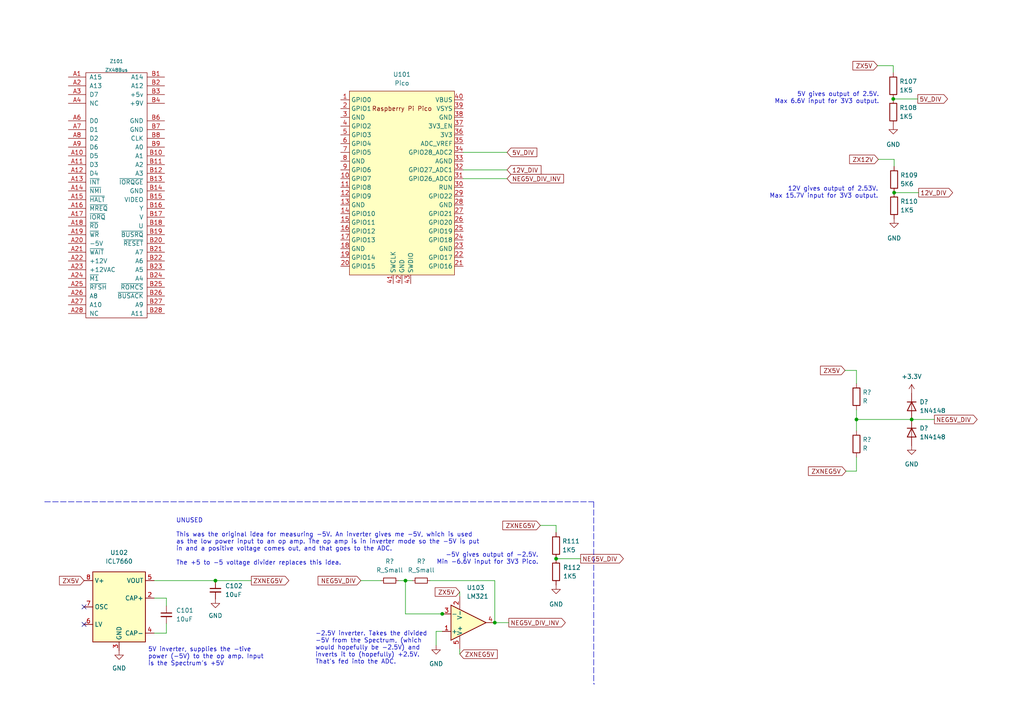
<source format=kicad_sch>
(kicad_sch (version 20211123) (generator eeschema)
  (paper "A4")
  (title_block (title "ZX Spectrum Diagnostics Board") (date "2023-08-27"))
  (lib_symbols
    (symbol "Amplifier_Operational:LM321" (pin_names (offset 0.127))
      (property "Reference" "U" (at 0 7.62 0))
      (property "Value" "LM321" (at 0 5.08 0))
      (symbol "LM321_0_1"
        (polyline (pts (xy -5.08 5.08) (xy 5.08 0) (xy -5.08 -5.08) (xy -5.08 5.08)) (stroke (width 0.254)) (fill (type background)))
      )
      (symbol "LM321_1_1"
        (pin input line (at -7.62 2.54 0) (length 2.54) (name "+") (number "1"))
        (pin power_in line (at -2.54 -7.62 90) (length 3.81) (name "V-") (number "2"))
        (pin input line (at -7.62 -2.54 0) (length 2.54) (name "-") (number "3"))
        (pin output line (at 7.62 0 180) (length 2.54) (name "~") (number "4"))
        (pin power_in line (at -2.54 7.62 270) (length 3.81) (name "V+") (number "5"))
      )
    )
    (symbol "Device:C_Small" (pin_numbers hide) (pin_names (offset 0.254) hide)
      (property "Reference" "C" (at 0.254 1.778 0))
      (property "Value" "C_Small" (at 0.254 -2.032 0))
      (symbol "C_Small_0_1"
        (polyline (pts (xy -1.524 -0.508) (xy 1.524 -0.508)) (stroke (width 0.3302)))
        (polyline (pts (xy -1.524 0.508) (xy 1.524 0.508)) (stroke (width 0.3048)))
      )
      (symbol "C_Small_1_1"
        (pin passive line (at 0 2.54 270) (length 2.032) (name "~") (number "1"))
        (pin passive line (at 0 -2.54 90) (length 2.032) (name "~") (number "2"))
      )
    )
    (symbol "Device:R" (pin_numbers hide) (pin_names (offset 0))
      (property "Reference" "R" (at 2.032 0 90))
      (property "Value" "R" (at 0 0 90))
      (symbol "R_0_1"
        (rectangle (start -1.016 -2.54) (end 1.016 2.54) (stroke (width 0.254)))
      )
      (symbol "R_1_1"
        (pin passive line (at 0 3.81 270) (length 1.27) (name "~") (number "1"))
        (pin passive line (at 0 -3.81 90) (length 1.27) (name "~") (number "2"))
      )
    )
    (symbol "Device:R_Small" (pin_numbers hide) (pin_names (offset 0.254) hide)
      (property "Reference" "R" (at 0.762 0.508 0))
      (property "Value" "R_Small" (at 0.762 -1.016 0))
      (symbol "R_Small_0_1"
        (rectangle (start -0.762 1.778) (end 0.762 -1.778) (stroke (width 0.2032)))
      )
      (symbol "R_Small_1_1"
        (pin passive line (at 0 2.54 270) (length 0.762) (name "~") (number "1"))
        (pin passive line (at 0 -2.54 90) (length 0.762) (name "~") (number "2"))
      )
    )
    (symbol "Diode:1N4148" (pin_numbers hide) (pin_names hide)
      (property "Reference" "D" (at 0 2.54 0))
      (property "Value" "1N4148" (at 0 -2.54 0))
      (symbol "1N4148_0_1"
        (polyline (pts (xy -1.27 1.27) (xy -1.27 -1.27)) (stroke (width 0.254)))
        (polyline (pts (xy 1.27 0) (xy -1.27 0)))
        (polyline (pts (xy 1.27 1.27) (xy 1.27 -1.27) (xy -1.27 0) (xy 1.27 1.27)) (stroke (width 0.254)))
      )
      (symbol "1N4148_1_1"
        (pin passive line (at -3.81 0 0) (length 2.54) (name "K") (number "1"))
        (pin passive line (at 3.81 0 180) (length 2.54) (name "A") (number "2"))
      )
    )
    (symbol "Pico:Pico"
      (property "Reference" "U" (at -13.97 27.94 0))
      (property "Value" "Pico" (at 0 19.05 0))
      (symbol "Pico_0_0"
        (text "Raspberry Pi Pico" (at 0 21.59 0) (effects (font (size 1.27 1.27))))
      )
      (symbol "Pico_0_1"
        (rectangle (start -15.24 26.67) (end 15.24 -26.67) (fill (type background)))
      )
      (symbol "Pico_1_1"
        (pin bidirectional line (at -17.78 24.13 0) (length 2.54) (name "GPIO0") (number "1"))
        (pin bidirectional line (at -17.78 1.27 0) (length 2.54) (name "GPIO7") (number "10"))
        (pin bidirectional line (at -17.78 -1.27 0) (length 2.54) (name "GPIO8") (number "11"))
        (pin bidirectional line (at -17.78 -3.81 0) (length 2.54) (name "GPIO9") (number "12"))
        (pin power_in line (at -17.78 -6.35 0) (length 2.54) (name "GND") (number "13"))
        (pin bidirectional line (at -17.78 -8.89 0) (length 2.54) (name "GPIO10") (number "14"))
        (pin bidirectional line (at -17.78 -11.43 0) (length 2.54) (name "GPIO11") (number "15"))
        (pin bidirectional line (at -17.78 -13.97 0) (length 2.54) (name "GPIO12") (number "16"))
        (pin bidirectional line (at -17.78 -16.51 0) (length 2.54) (name "GPIO13") (number "17"))
        (pin power_in line (at -17.78 -19.05 0) (length 2.54) (name "GND") (number "18"))
        (pin bidirectional line (at -17.78 -21.59 0) (length 2.54) (name "GPIO14") (number "19"))
        (pin bidirectional line (at -17.78 21.59 0) (length 2.54) (name "GPIO1") (number "2"))
        (pin bidirectional line (at -17.78 -24.13 0) (length 2.54) (name "GPIO15") (number "20"))
        (pin bidirectional line (at 17.78 -24.13 180) (length 2.54) (name "GPIO16") (number "21"))
        (pin bidirectional line (at 17.78 -21.59 180) (length 2.54) (name "GPIO17") (number "22"))
        (pin power_in line (at 17.78 -19.05 180) (length 2.54) (name "GND") (number "23"))
        (pin bidirectional line (at 17.78 -16.51 180) (length 2.54) (name "GPIO18") (number "24"))
        (pin bidirectional line (at 17.78 -13.97 180) (length 2.54) (name "GPIO19") (number "25"))
        (pin bidirectional line (at 17.78 -11.43 180) (length 2.54) (name "GPIO20") (number "26"))
        (pin bidirectional line (at 17.78 -8.89 180) (length 2.54) (name "GPIO21") (number "27"))
        (pin power_in line (at 17.78 -6.35 180) (length 2.54) (name "GND") (number "28"))
        (pin bidirectional line (at 17.78 -3.81 180) (length 2.54) (name "GPIO22") (number "29"))
        (pin power_in line (at -17.78 19.05 0) (length 2.54) (name "GND") (number "3"))
        (pin input line (at 17.78 -1.27 180) (length 2.54) (name "RUN") (number "30"))
        (pin bidirectional line (at 17.78 1.27 180) (length 2.54) (name "GPIO26_ADC0") (number "31"))
        (pin bidirectional line (at 17.78 3.81 180) (length 2.54) (name "GPIO27_ADC1") (number "32"))
        (pin power_in line (at 17.78 6.35 180) (length 2.54) (name "AGND") (number "33"))
        (pin bidirectional line (at 17.78 8.89 180) (length 2.54) (name "GPIO28_ADC2") (number "34"))
        (pin power_in line (at 17.78 11.43 180) (length 2.54) (name "ADC_VREF") (number "35"))
        (pin power_in line (at 17.78 13.97 180) (length 2.54) (name "3V3") (number "36"))
        (pin input line (at 17.78 16.51 180) (length 2.54) (name "3V3_EN") (number "37"))
        (pin bidirectional line (at 17.78 19.05 180) (length 2.54) (name "GND") (number "38"))
        (pin power_in line (at 17.78 21.59 180) (length 2.54) (name "VSYS") (number "39"))
        (pin bidirectional line (at -17.78 16.51 0) (length 2.54) (name "GPIO2") (number "4"))
        (pin power_in line (at 17.78 24.13 180) (length 2.54) (name "VBUS") (number "40"))
        (pin input line (at -2.54 -29.21 90) (length 2.54) (name "SWCLK") (number "41"))
        (pin power_in line (at 0 -29.21 90) (length 2.54) (name "GND") (number "42"))
        (pin bidirectional line (at 2.54 -29.21 90) (length 2.54) (name "SWDIO") (number "43"))
        (pin bidirectional line (at -17.78 13.97 0) (length 2.54) (name "GPIO3") (number "5"))
        (pin bidirectional line (at -17.78 11.43 0) (length 2.54) (name "GPIO4") (number "6"))
        (pin bidirectional line (at -17.78 8.89 0) (length 2.54) (name "GPIO5") (number "7"))
        (pin power_in line (at -17.78 6.35 0) (length 2.54) (name "GND") (number "8"))
        (pin bidirectional line (at -17.78 3.81 0) (length 2.54) (name "GPIO6") (number "9"))
      )
    )
    (symbol "Regulator_SwitchedCapacitor:ICL7660"
      (property "Reference" "U" (at -6.35 11.43 0))
      (property "Value" "ICL7660" (at 3.81 11.43 0))
      (symbol "ICL7660_0_1"
        (rectangle (start -7.62 10.16) (end 7.62 -10.16) (stroke (width 0.254)) (fill (type background)))
      )
      (symbol "ICL7660_1_1"
        (pin no_connect line (at -7.62 5.08 0) (length 2.54) hide (name "NC") (number "1"))
        (pin input line (at 10.16 2.54 180) (length 2.54) (name "CAP+") (number "2"))
        (pin power_in line (at 0 -12.7 90) (length 2.54) (name "GND") (number "3"))
        (pin input line (at 10.16 -7.62 180) (length 2.54) (name "CAP-") (number "4"))
        (pin power_out line (at 10.16 7.62 180) (length 2.54) (name "VOUT") (number "5"))
        (pin input line (at -10.16 -5.08 0) (length 2.54) (name "LV") (number "6"))
        (pin input line (at -10.16 0 0) (length 2.54) (name "OSC") (number "7"))
        (pin power_in line (at -10.16 7.62 0) (length 2.54) (name "V+") (number "8"))
      )
    )
    (symbol "ZX Bus:ZX48Bus" (pin_names (offset 1.016))
      (property "Reference" "Z" (at 0 83.82 0))
      (property "Value" "ZX48Bus" (at 0 86.36 0))
      (symbol "ZX48Bus_0_0"
        (rectangle (start 0 82.55) (end 17.78 11.43))
      )
      (symbol "ZX48Bus_1_1"
        (pin input line (at -5.08 81.28 0) (length 5.08) (name "A15") (number "A1"))
        (pin input line (at -5.08 58.42 0) (length 5.08) (name "D5") (number "A10"))
        (pin input line (at -5.08 55.88 0) (length 5.08) (name "D3") (number "A11"))
        (pin input line (at -5.08 53.34 0) (length 5.08) (name "D4") (number "A12"))
        (pin input line (at -5.08 50.8 0) (length 5.08) (name "~{INT}") (number "A13"))
        (pin input line (at -5.08 48.26 0) (length 5.08) (name "~{NMI}") (number "A14"))
        (pin input line (at -5.08 45.72 0) (length 5.08) (name "~{HALT}") (number "A15"))
        (pin input line (at -5.08 43.18 0) (length 5.08) (name "~{MREQ}") (number "A16"))
        (pin input line (at -5.08 40.64 0) (length 5.08) (name "~{IORQ}") (number "A17"))
        (pin input line (at -5.08 38.1 0) (length 5.08) (name "~{RD}") (number "A18"))
        (pin input line (at -5.08 35.56 0) (length 5.08) (name "~{WR}") (number "A19"))
        (pin input line (at -5.08 78.74 0) (length 5.08) (name "A13") (number "A2"))
        (pin input line (at -5.08 33.02 0) (length 5.08) (name "-5V") (number "A20"))
        (pin input line (at -5.08 30.48 0) (length 5.08) (name "~{WAIT}") (number "A21"))
        (pin input line (at -5.08 27.94 0) (length 5.08) (name "+12V") (number "A22"))
        (pin input line (at -5.08 25.4 0) (length 5.08) (name "+12VAC") (number "A23"))
        (pin input line (at -5.08 22.86 0) (length 5.08) (name "~{M1}") (number "A24"))
        (pin input line (at -5.08 20.32 0) (length 5.08) (name "~{RFSH}") (number "A25"))
        (pin input line (at -5.08 17.78 0) (length 5.08) (name "A8") (number "A26"))
        (pin input line (at -5.08 15.24 0) (length 5.08) (name "A10") (number "A27"))
        (pin input line (at -5.08 12.7 0) (length 5.08) (name "NC") (number "A28"))
        (pin input line (at -5.08 76.2 0) (length 5.08) (name "D7") (number "A3"))
        (pin input line (at -5.08 73.66 0) (length 5.08) (name "NC") (number "A4"))
        (pin input line (at -5.08 68.58 0) (length 5.08) (name "D0") (number "A6"))
        (pin input line (at -5.08 66.04 0) (length 5.08) (name "D1") (number "A7"))
        (pin input line (at -5.08 63.5 0) (length 5.08) (name "D2") (number "A8"))
        (pin input line (at -5.08 60.96 0) (length 5.08) (name "D6") (number "A9"))
        (pin input line (at 22.86 81.28 180) (length 5.08) (name "A14") (number "B1"))
        (pin input line (at 22.86 58.42 180) (length 5.08) (name "A1") (number "B10"))
        (pin input line (at 22.86 55.88 180) (length 5.08) (name "A2") (number "B11"))
        (pin input line (at 22.86 53.34 180) (length 5.08) (name "A3") (number "B12"))
        (pin input line (at 22.86 50.8 180) (length 5.08) (name "~{IORQGE}") (number "B13"))
        (pin input line (at 22.86 48.26 180) (length 5.08) (name "GND") (number "B14"))
        (pin input line (at 22.86 45.72 180) (length 5.08) (name "VIDEO") (number "B15"))
        (pin input line (at 22.86 43.18 180) (length 5.08) (name "Y") (number "B16"))
        (pin input line (at 22.86 40.64 180) (length 5.08) (name "V") (number "B17"))
        (pin input line (at 22.86 38.1 180) (length 5.08) (name "U") (number "B18"))
        (pin input line (at 22.86 35.56 180) (length 5.08) (name "~{BUSRQ}") (number "B19"))
        (pin input line (at 22.86 78.74 180) (length 5.08) (name "A12") (number "B2"))
        (pin input line (at 22.86 33.02 180) (length 5.08) (name "~{RESET}") (number "B20"))
        (pin input line (at 22.86 30.48 180) (length 5.08) (name "A7") (number "B21"))
        (pin input line (at 22.86 27.94 180) (length 5.08) (name "A6") (number "B22"))
        (pin input line (at 22.86 25.4 180) (length 5.08) (name "A5") (number "B23"))
        (pin input line (at 22.86 22.86 180) (length 5.08) (name "A4") (number "B24"))
        (pin input line (at 22.86 20.32 180) (length 5.08) (name "~{ROMCS}") (number "B25"))
        (pin input line (at 22.86 17.78 180) (length 5.08) (name "~{BUSACK}") (number "B26"))
        (pin input line (at 22.86 15.24 180) (length 5.08) (name "A9") (number "B27"))
        (pin input line (at 22.86 12.7 180) (length 5.08) (name "A11") (number "B28"))
        (pin input line (at 22.86 76.2 180) (length 5.08) (name "+5v") (number "B3"))
        (pin input line (at 22.86 73.66 180) (length 5.08) (name "+9V") (number "B4"))
        (pin input line (at 22.86 68.58 180) (length 5.08) (name "GND") (number "B6"))
        (pin input line (at 22.86 66.04 180) (length 5.08) (name "GND") (number "B7"))
        (pin input line (at 22.86 63.5 180) (length 5.08) (name "CLK") (number "B8"))
        (pin input line (at 22.86 60.96 180) (length 5.08) (name "A0") (number "B9"))
      )
    )
    (symbol "power:+3.3V" (power) (pin_names (offset 0))
      (property "Value" "+3.3V" (at 0 3.556 0))
      (symbol "+3.3V_0_1"
        (polyline (pts (xy -0.762 1.27) (xy 0 2.54)))
        (polyline (pts (xy 0 0) (xy 0 2.54)))
        (polyline (pts (xy 0 2.54) (xy 0.762 1.27)))
      )
      (symbol "+3.3V_1_1"
        (pin power_in line (at 0 0 90) (length 0) hide (name "+3.3V") (number "1"))
      )
    )
    (symbol "power:GND" (power) (pin_names (offset 0))
      (property "Value" "GND" (at 0 -3.81 0))
      (symbol "GND_0_1"
        (polyline (pts (xy 0 0) (xy 0 -1.27) (xy 1.27 -1.27) (xy 0 -2.54) (xy -1.27 -1.27) (xy 0 -1.27)))
      )
      (symbol "GND_1_1"
        (pin power_in line (at 0 0 270) (length 0) hide (name "GND") (number "1"))
      )
    )
  )
  (junction (at 259.334 55.88))
  (junction (at 62.484 168.402))
  (junction (at 117.602 168.402))
  (junction (at 143.51 180.594))
  (junction (at 264.414 121.666))
  (junction (at 248.412 121.666))
  (junction (at 161.29 162.052))
  (junction (at 259.08 28.702))
  (junction (at 128.27 178.054))
  (no_connect (at 24.384 176.022))
  (no_connect (at 24.384 181.102))
  (wire (pts (xy 264.414 121.666) (xy 271.018 121.666)))
  (wire (pts (xy 147.066 44.196) (xy 134.366 44.196)))
  (wire (pts (xy 248.412 121.666) (xy 264.414 121.666)))
  (polyline (pts (xy 12.954 145.542) (xy 172.212 145.542)))
  (wire (pts (xy 161.29 162.052) (xy 168.402 162.052)))
  (wire (pts (xy 156.718 152.4) (xy 161.29 152.4)))
  (wire (pts (xy 126.492 183.134) (xy 128.27 183.134)))
  (wire (pts (xy 259.334 55.88) (xy 266.446 55.88)))
  (wire (pts (xy 48.26 173.482) (xy 48.26 175.768)))
  (wire (pts (xy 248.412 136.652) (xy 248.412 132.588)))
  (wire (pts (xy 115.57 168.402) (xy 117.602 168.402)))
  (polyline (pts (xy 172.212 145.542) (xy 172.212 198.374)))
  (wire (pts (xy 117.602 168.402) (xy 119.634 168.402)))
  (wire (pts (xy 259.08 19.05) (xy 259.08 21.082)))
  (wire (pts (xy 104.648 168.402) (xy 110.49 168.402)))
  (wire (pts (xy 143.51 168.402) (xy 143.51 180.594)))
  (wire (pts (xy 259.334 46.228) (xy 259.334 48.26)))
  (wire (pts (xy 133.35 171.704) (xy 133.35 172.974)))
  (wire (pts (xy 62.484 168.402) (xy 72.898 168.402)))
  (wire (pts (xy 245.364 136.652) (xy 248.412 136.652)))
  (wire (pts (xy 254.508 19.05) (xy 259.08 19.05)))
  (polyline (pts (xy 172.212 198.374) (xy 172.466 198.374)))
  (wire (pts (xy 147.066 51.816) (xy 134.366 51.816)))
  (wire (pts (xy 117.602 178.054) (xy 117.602 168.402)))
  (wire (pts (xy 248.412 107.442) (xy 248.412 111.252)))
  (wire (pts (xy 48.26 183.642) (xy 48.26 180.848)))
  (wire (pts (xy 44.704 183.642) (xy 48.26 183.642)))
  (wire (pts (xy 147.574 180.594) (xy 143.51 180.594)))
  (wire (pts (xy 128.524 178.054) (xy 128.27 178.054)))
  (wire (pts (xy 124.714 168.402) (xy 143.51 168.402)))
  (wire (pts (xy 259.08 28.702) (xy 266.192 28.702)))
  (wire (pts (xy 128.27 178.054) (xy 117.602 178.054)))
  (wire (pts (xy 248.412 118.872) (xy 248.412 121.666)))
  (wire (pts (xy 44.704 168.402) (xy 62.484 168.402)))
  (wire (pts (xy 133.35 189.738) (xy 133.35 188.214)))
  (wire (pts (xy 147.066 49.276) (xy 134.366 49.276)))
  (wire (pts (xy 126.492 187.198) (xy 126.492 183.134)))
  (wire (pts (xy 245.11 107.442) (xy 248.412 107.442)))
  (wire (pts (xy 161.29 152.4) (xy 161.29 154.432)))
  (wire (pts (xy 248.412 121.666) (xy 248.412 124.968)))
  (wire (pts (xy 254.762 46.228) (xy 259.334 46.228)))
  (wire (pts (xy 44.704 173.482) (xy 48.26 173.482)))
  (wire (pts (xy 62.484 168.402) (xy 62.484 168.656)))
  (text "5V gives output of 2.5V.\nMax 6.6V input for 3V3 output." (at 255.016 30.226 180) (effects (font (size 1.27 1.27)) (justify right bottom)))
  (text "UNUSED\n\nThis was the original idea for measuring -5V. An inverter gives me -5V, which is used\nas the low power input to an op amp. The op amp is in inverter mode so the -5V is put\nin and a positive voltage comes out, and that goes to the ADC.\n\nThe +5 to -5 voltage divider replaces this idea." (at 51.054 164.084 0) (effects (font (size 1.27 1.27)) (justify left bottom)))
  (text "-2.5V inverter. Takes the divided\n-5V from the Spectrum, (which\nwould hopefully be -2.5V) and\ninverts it to (hopefully) +2.5V.\nThat's fed into the ADC." (at 91.44 192.786 0) (effects (font (size 1.27 1.27)) (justify left bottom)))
  (text "-5V gives output of -2.5V.\nMin -6.6V input for 3V3 Pico." (at 156.21 163.83 180) (effects (font (size 1.27 1.27)) (justify right bottom)))
  (text "12V gives output of 2.53V.\nMax 15.7V input for 3V3 output." (at 254.762 57.658 180) (effects (font (size 1.27 1.27)) (justify right bottom)))
  (text "5V inverter, supplies the -tive\npower (-5V) to the op amp. Input\nis the Spectrum's +5V" (at 42.926 193.294 0) (effects (font (size 1.27 1.27)) (justify left bottom)))
  (global_label "ZX5V" (shape input) (at 245.11 107.442 180) (property "Intersheet References" "${INTERSHEET_REFS}" (effects hide)))
  (global_label "ZX5V" (shape input) (at 254.508 19.05 180) (property "Intersheet References" "${INTERSHEET_REFS}" (effects hide)))
  (global_label "NEG5V_DIV_INV" (shape output) (at 147.574 180.594 0) (property "Intersheet References" "${INTERSHEET_REFS}" (effects hide)))
  (global_label "ZXNEG5V" (shape input) (at 133.35 189.738 0) (property "Intersheet References" "${INTERSHEET_REFS}" (effects hide)))
  (global_label "ZX5V" (shape input) (at 133.35 171.704 180) (property "Intersheet References" "${INTERSHEET_REFS}" (effects hide)))
  (global_label "NEG5V_DIV_INV" (shape input) (at 147.066 51.816 0) (property "Intersheet References" "${INTERSHEET_REFS}" (effects hide)))
  (global_label "ZXNEG5V" (shape input) (at 156.718 152.4 180) (property "Intersheet References" "${INTERSHEET_REFS}" (effects hide)))
  (global_label "5V_DIV" (shape input) (at 147.066 44.196 0) (property "Intersheet References" "${INTERSHEET_REFS}" (effects hide)))
  (global_label "ZXNEG5V" (shape output) (at 72.898 168.402 0) (property "Intersheet References" "${INTERSHEET_REFS}" (effects hide)))
  (global_label "5V_DIV" (shape output) (at 266.192 28.702 0) (property "Intersheet References" "${INTERSHEET_REFS}" (effects hide)))
  (global_label "12V_DIV" (shape output) (at 266.446 55.88 0) (property "Intersheet References" "${INTERSHEET_REFS}" (effects hide)))
  (global_label "12V_DIV" (shape input) (at 147.066 49.276 0) (property "Intersheet References" "${INTERSHEET_REFS}" (effects hide)))
  (global_label "NEG5V_DIV" (shape input) (at 104.648 168.402 180) (property "Intersheet References" "${INTERSHEET_REFS}" (effects hide)))
  (global_label "ZX12V" (shape input) (at 254.762 46.228 180) (property "Intersheet References" "${INTERSHEET_REFS}" (effects hide)))
  (global_label "NEG5V_DIV" (shape output) (at 271.018 121.666 0) (property "Intersheet References" "${INTERSHEET_REFS}" (effects hide)))
  (global_label "NEG5V_DIV" (shape output) (at 168.402 162.052 0) (property "Intersheet References" "${INTERSHEET_REFS}" (effects hide)))
  (global_label "ZX5V" (shape input) (at 24.384 168.402 180) (property "Intersheet References" "${INTERSHEET_REFS}" (effects hide)))
  (global_label "ZXNEG5V" (shape input) (at 245.364 136.652 180) (property "Intersheet References" "${INTERSHEET_REFS}" (effects hide)))
  (symbol (lib_id "Device:R_Small") (at 113.03 168.402 90) (unit 1)
    (property "Reference" "R?" (at 113.03 162.814 90))
    (property "Value" "R_Small" (at 113.03 165.354 90))
  )
  (symbol (lib_id "Regulator_SwitchedCapacitor:ICL7660") (at 34.544 176.022 0) (unit 1)
    (property "Reference" "U102" (at 34.544 160.274 0))
    (property "Value" "ICL7660" (at 34.544 162.814 0))
    (property "Footprint" "Package_SO:SOIC-8-N7_3.9x4.9mm_P1.27mm" (effects hide))
    (property "Datasheet" "http://datasheets.maximintegrated.com/en/ds/ICL7660-MAX1044.pdf" (effects hide))
  )
  (symbol (lib_id "ZX Bus:ZX48Bus") (at 24.892 103.632 0) (unit 1)
    (property "Reference" "Z101" (at 33.782 17.78 0) (effects (font (size 0.9906 0.9906))))
    (property "Value" "ZX48Bus" (at 33.782 20.32 0) (effects (font (size 0.9906 0.9906))))
  )
  (symbol (lib_id "Device:R") (at 161.29 158.242 180) (unit 1)
    (property "Reference" "R111" (at 163.068 156.9719 0) (effects (justify right)))
    (property "Value" "1K5" (at 163.068 159.5119 0) (effects (justify right)))
  )
  (symbol (lib_id "power:GND") (at 259.334 63.5 0) (unit 1)
    (property "Reference" "#PWR0105" (effects hide))
    (property "Value" "GND" (at 259.334 69.088 0))
  )
  (symbol (lib_id "Pico:Pico") (at 116.586 53.086 0) (unit 1)
    (property "Reference" "U101" (at 116.586 21.59 0))
    (property "Value" "Pico" (at 116.586 24.13 0))
    (property "Footprint" "RPi_Pico:RPi_Pico_SMD_TH" (effects hide))
  )
  (symbol (lib_id "Device:R") (at 259.334 52.07 180) (unit 1)
    (property "Reference" "R109" (at 261.112 50.7999 0) (effects (justify right)))
    (property "Value" "5K6" (at 261.112 53.3399 0) (effects (justify right)))
  )
  (symbol (lib_id "power:GND") (at 34.544 188.722 0) (unit 1)
    (property "Reference" "#PWR0101" (effects hide))
    (property "Value" "GND" (at 34.544 193.802 0))
  )
  (symbol (lib_id "power:GND") (at 126.492 187.198 0) (unit 1)
    (property "Reference" "#PWR0103" (effects hide))
    (property "Value" "GND" (at 126.492 192.532 0))
  )
  (symbol (lib_id "Device:R_Small") (at 122.174 168.402 90) (unit 1)
    (property "Reference" "R?" (at 122.174 162.814 90))
    (property "Value" "R_Small" (at 122.174 165.354 90))
  )
  (symbol (lib_id "power:GND") (at 161.29 169.672 0) (unit 1)
    (property "Reference" "#PWR0106" (effects hide))
    (property "Value" "GND" (at 161.29 175.26 0))
  )
  (symbol (lib_id "power:+3.3V") (at 264.414 114.046 0) (unit 1)
    (property "Reference" "#PWR?" (effects hide))
    (property "Value" "+3.3V" (at 264.414 109.22 0))
  )
  (symbol (lib_id "Device:C_Small") (at 62.484 171.196 0) (unit 1)
    (property "Reference" "C102" (at 65.278 169.9322 0) (effects (justify left)))
    (property "Value" "10uF" (at 65.278 172.4722 0) (effects (justify left)))
  )
  (symbol (lib_id "Device:R") (at 259.08 24.892 180) (unit 1)
    (property "Reference" "R107" (at 260.858 23.6219 0) (effects (justify right)))
    (property "Value" "1K5" (at 260.858 26.1619 0) (effects (justify right)))
  )
  (symbol (lib_id "Device:C_Small") (at 48.26 178.308 0) (unit 1)
    (property "Reference" "C101" (at 51.054 177.0442 0) (effects (justify left)))
    (property "Value" "10uF" (at 51.054 179.5842 0) (effects (justify left)))
  )
  (symbol (lib_id "Diode:1N4148") (at 264.414 125.476 270) (unit 1)
    (property "Reference" "D?" (at 266.7 124.2059 90) (effects (justify left)))
    (property "Value" "1N4148" (at 266.7 126.7459 90) (effects (justify left)))
    (property "Footprint" "Diode_THT:D_DO-35_SOD27_P7.62mm_Horizontal" (effects hide))
    (property "Datasheet" "https://assets.nexperia.com/documents/data-sheet/1N4148_1N4448.pdf" (effects hide))
  )
  (symbol (lib_id "Diode:1N4148") (at 264.414 117.856 270) (unit 1)
    (property "Reference" "D?" (at 266.7 116.5859 90) (effects (justify left)))
    (property "Value" "1N4148" (at 266.7 119.1259 90) (effects (justify left)))
    (property "Footprint" "Diode_THT:D_DO-35_SOD27_P7.62mm_Horizontal" (effects hide))
    (property "Datasheet" "https://assets.nexperia.com/documents/data-sheet/1N4148_1N4448.pdf" (effects hide))
  )
  (symbol (lib_id "power:GND") (at 264.414 129.286 0) (unit 1)
    (property "Reference" "#PWR?" (effects hide))
    (property "Value" "GND" (at 264.414 134.62 0))
  )
  (symbol (lib_id "Device:R") (at 248.412 128.778 0) (unit 1)
    (property "Reference" "R?" (at 250.19 127.5079 0) (effects (justify left)))
    (property "Value" "R" (at 250.19 130.0479 0) (effects (justify left)))
  )
  (symbol (lib_id "Device:R") (at 161.29 165.862 0) (unit 1)
    (property "Reference" "R112" (at 163.322 164.5919 0) (effects (justify left)))
    (property "Value" "1K5" (at 163.322 167.1319 0) (effects (justify left)))
  )
  (symbol (lib_id "Amplifier_Operational:LM321") (at 135.89 180.594 0) (mirror x) (unit 1)
    (property "Reference" "U103" (at 135.3694 170.434 0) (effects (justify left)))
    (property "Value" "LM321" (at 135.3694 172.974 0) (effects (justify left)))
    (property "Footprint" "Package_TO_SOT_SMD:SOT-23-5" (effects hide))
    (property "Datasheet" "http://www.ti.com/lit/ds/symlink/lm321.pdf" (effects hide))
  )
  (symbol (lib_id "Device:R") (at 259.08 32.512 0) (unit 1)
    (property "Reference" "R108" (at 260.858 31.2419 0) (effects (justify left)))
    (property "Value" "1K5" (at 260.858 33.7819 0) (effects (justify left)))
  )
  (symbol (lib_id "Device:R") (at 248.412 115.062 0) (unit 1)
    (property "Reference" "R?" (at 250.19 113.7919 0) (effects (justify left)))
    (property "Value" "R" (at 250.19 116.3319 0) (effects (justify left)))
  )
  (symbol (lib_id "Device:R") (at 259.334 59.69 0) (unit 1)
    (property "Reference" "R110" (at 261.112 58.4199 0) (effects (justify left)))
    (property "Value" "1K5" (at 261.112 60.9599 0) (effects (justify left)))
  )
  (symbol (lib_id "power:GND") (at 62.484 173.736 0) (unit 1)
    (property "Reference" "#PWR0102" (effects hide))
    (property "Value" "GND" (at 62.484 178.562 0))
  )
  (symbol (lib_id "power:GND") (at 259.08 36.322 0) (unit 1)
    (property "Reference" "#PWR0104" (effects hide))
    (property "Value" "GND" (at 259.08 41.91 0))
  )
)
</source>
